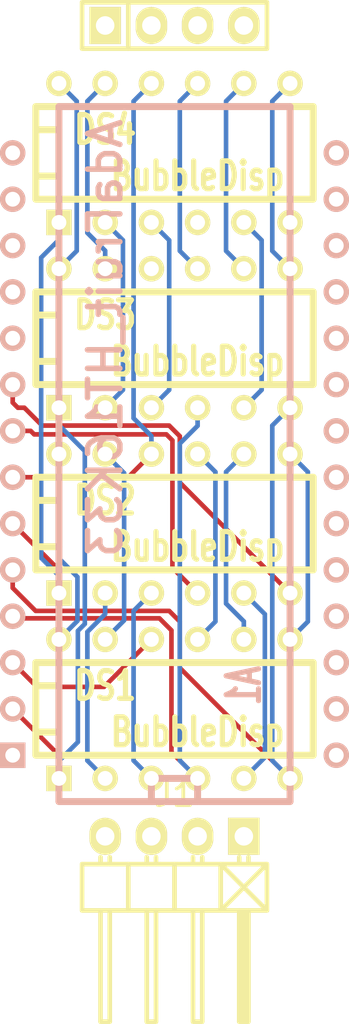
<source format=kicad_pcb>
(kicad_pcb (version 4) (host pcbnew "(2014-08-12 BZR 5064)-product")

  (general
    (links 56)
    (no_connects 53)
    (area 0 0 0 0)
    (thickness 1.6)
    (drawings 0)
    (tracks 133)
    (zones 0)
    (modules 7)
    (nets 29)
  )

  (page A4)
  (layers
    (0 F.Cu signal)
    (31 B.Cu signal)
    (32 B.Adhes user)
    (33 F.Adhes user)
    (34 B.Paste user)
    (35 F.Paste user)
    (36 B.SilkS user hide)
    (37 F.SilkS user hide)
    (38 B.Mask user)
    (39 F.Mask user)
    (40 Dwgs.User user)
    (41 Cmts.User user)
    (42 Eco1.User user)
    (43 Eco2.User user)
    (44 Edge.Cuts user)
    (45 Margin user)
    (46 B.CrtYd user)
    (47 F.CrtYd user)
    (48 B.Fab user)
    (49 F.Fab user)
  )

  (setup
    (last_trace_width 0.254)
    (user_trace_width 0.1524)
    (user_trace_width 0.254)
    (user_trace_width 0.508)
    (user_trace_width 0.635)
    (user_trace_width 1.27)
    (user_trace_width 2.54)
    (trace_clearance 0.1524)
    (zone_clearance 0.508)
    (zone_45_only no)
    (trace_min 0.1524)
    (segment_width 0.2)
    (edge_width 0.15)
    (via_size 0.889)
    (via_drill 0.635)
    (via_min_size 0.889)
    (via_min_drill 0.508)
    (uvia_size 0.508)
    (uvia_drill 0.127)
    (uvias_allowed no)
    (uvia_min_size 0.508)
    (uvia_min_drill 0.127)
    (pcb_text_width 0.3)
    (pcb_text_size 1.5 1.5)
    (mod_edge_width 0.15)
    (mod_text_size 1.5 1.5)
    (mod_text_width 0.15)
    (pad_size 1.524 1.524)
    (pad_drill 0.762)
    (pad_to_mask_clearance 0.2)
    (aux_axis_origin 0 0)
    (visible_elements FFFCF77F)
    (pcbplotparams
      (layerselection 0x00030_80000001)
      (usegerberextensions false)
      (excludeedgelayer true)
      (linewidth 0.100000)
      (plotframeref false)
      (viasonmask false)
      (mode 1)
      (useauxorigin false)
      (hpglpennumber 1)
      (hpglpenspeed 20)
      (hpglpendiameter 15)
      (hpglpenoverlay 2)
      (psnegative false)
      (psa4output false)
      (plotreference true)
      (plotvalue true)
      (plotinvisibletext false)
      (padsonsilk false)
      (subtractmaskfromsilk false)
      (outputformat 1)
      (mirror false)
      (drillshape 1)
      (scaleselection 1)
      (outputdirectory ""))
  )

  (net 0 "")
  (net 1 "Net-(A1-Pad1)")
  (net 2 /C0)
  (net 3 /C1)
  (net 4 /C2)
  (net 5 /C3)
  (net 6 /C4)
  (net 7 /C5)
  (net 8 /C6)
  (net 9 /C7)
  (net 10 /A15)
  (net 11 /A14)
  (net 12 /A13)
  (net 13 /A12)
  (net 14 /A11)
  (net 15 /A10)
  (net 16 /A9)
  (net 17 /A8)
  (net 18 /A7)
  (net 19 /A6)
  (net 20 /A5)
  (net 21 /A4)
  (net 22 /A3)
  (net 23 /A2)
  (net 24 /A1)
  (net 25 /A0)
  (net 26 "Net-(A1-Pad26)")
  (net 27 "Net-(A1-Pad27)")
  (net 28 "Net-(A1-Pad28)")

  (net_class Default "This is the default net class."
    (clearance 0.1524)
    (trace_width 0.1524)
    (via_dia 0.889)
    (via_drill 0.635)
    (uvia_dia 0.508)
    (uvia_drill 0.127)
    (add_net /A0)
    (add_net /A1)
    (add_net /A10)
    (add_net /A11)
    (add_net /A12)
    (add_net /A13)
    (add_net /A14)
    (add_net /A15)
    (add_net /A2)
    (add_net /A3)
    (add_net /A4)
    (add_net /A5)
    (add_net /A6)
    (add_net /A7)
    (add_net /A8)
    (add_net /A9)
    (add_net /C0)
    (add_net /C1)
    (add_net /C2)
    (add_net /C3)
    (add_net /C4)
    (add_net /C5)
    (add_net /C6)
    (add_net /C7)
    (add_net "Net-(A1-Pad1)")
    (add_net "Net-(A1-Pad26)")
    (add_net "Net-(A1-Pad27)")
    (add_net "Net-(A1-Pad28)")
  )

  (module "NTH_PTH DIL:DIP-28__700" (layer B.Cu) (tedit 53FAFEC4) (tstamp 53FB0637)
    (at 123.19 103.505 90)
    (descr "Module Dil 28 pins, pads ronds, e=600 mils")
    (tags DIL)
    (path /53FB00B4)
    (fp_text reference A1 (at -12.7 3.81 90) (layer B.SilkS)
      (effects (font (size 1.778 1.143) (thickness 0.3048)) (justify mirror))
    )
    (fp_text value AdaFruit_HT16K33 (at 6.35 -3.81 90) (layer B.SilkS)
      (effects (font (size 1.778 1.778) (thickness 0.3048)) (justify mirror))
    )
    (fp_line (start -19.05 1.27) (end -19.05 1.27) (layer B.SilkS) (width 0.381))
    (fp_line (start -19.05 1.27) (end -17.78 1.27) (layer B.SilkS) (width 0.381))
    (fp_line (start -17.78 1.27) (end -17.78 -1.27) (layer B.SilkS) (width 0.381))
    (fp_line (start -17.78 -1.27) (end -19.05 -1.27) (layer B.SilkS) (width 0.381))
    (fp_line (start -19.05 6.35) (end 19.05 6.35) (layer B.SilkS) (width 0.381))
    (fp_line (start 19.05 6.35) (end 19.05 -6.35) (layer B.SilkS) (width 0.381))
    (fp_line (start 19.05 -6.35) (end -19.05 -6.35) (layer B.SilkS) (width 0.381))
    (fp_line (start -19.05 -6.35) (end -19.05 6.35) (layer B.SilkS) (width 0.381))
    (pad 1 thru_hole rect (at -16.51 -8.89 90) (size 1.397 1.397) (drill 0.8128) (layers *.Cu *.Mask B.SilkS)
      (net 1 "Net-(A1-Pad1)"))
    (pad 2 thru_hole circle (at -13.97 -8.89 90) (size 1.397 1.397) (drill 0.8128) (layers *.Cu *.Mask B.SilkS)
      (net 2 /C0))
    (pad 3 thru_hole circle (at -11.43 -8.89 90) (size 1.397 1.397) (drill 0.8128) (layers *.Cu *.Mask B.SilkS)
      (net 3 /C1))
    (pad 4 thru_hole circle (at -8.89 -8.89 90) (size 1.397 1.397) (drill 0.8128) (layers *.Cu *.Mask B.SilkS)
      (net 4 /C2))
    (pad 5 thru_hole circle (at -6.35 -8.89 90) (size 1.397 1.397) (drill 0.8128) (layers *.Cu *.Mask B.SilkS)
      (net 5 /C3))
    (pad 6 thru_hole circle (at -3.81 -8.89 90) (size 1.397 1.397) (drill 0.8128) (layers *.Cu *.Mask B.SilkS)
      (net 6 /C4))
    (pad 7 thru_hole circle (at -1.27 -8.89 90) (size 1.397 1.397) (drill 0.8128) (layers *.Cu *.Mask B.SilkS)
      (net 7 /C5))
    (pad 8 thru_hole circle (at 1.27 -8.89 90) (size 1.397 1.397) (drill 0.8128) (layers *.Cu *.Mask B.SilkS)
      (net 8 /C6))
    (pad 9 thru_hole circle (at 3.81 -8.89 90) (size 1.397 1.397) (drill 0.8128) (layers *.Cu *.Mask B.SilkS)
      (net 9 /C7))
    (pad 10 thru_hole circle (at 6.35 -8.89 90) (size 1.397 1.397) (drill 0.8128) (layers *.Cu *.Mask B.SilkS)
      (net 10 /A15))
    (pad 11 thru_hole circle (at 8.89 -8.89 90) (size 1.397 1.397) (drill 0.8128) (layers *.Cu *.Mask B.SilkS)
      (net 11 /A14))
    (pad 12 thru_hole circle (at 11.43 -8.89 90) (size 1.397 1.397) (drill 0.8128) (layers *.Cu *.Mask B.SilkS)
      (net 12 /A13))
    (pad 13 thru_hole circle (at 13.97 -8.89 90) (size 1.397 1.397) (drill 0.8128) (layers *.Cu *.Mask B.SilkS)
      (net 13 /A12))
    (pad 14 thru_hole circle (at 16.51 -8.89 90) (size 1.397 1.397) (drill 0.8128) (layers *.Cu *.Mask B.SilkS)
      (net 14 /A11))
    (pad 15 thru_hole circle (at 16.51 8.89 90) (size 1.397 1.397) (drill 0.8128) (layers *.Cu *.Mask B.SilkS)
      (net 15 /A10))
    (pad 16 thru_hole circle (at 13.97 8.89 90) (size 1.397 1.397) (drill 0.8128) (layers *.Cu *.Mask B.SilkS)
      (net 16 /A9))
    (pad 17 thru_hole circle (at 11.43 8.89 90) (size 1.397 1.397) (drill 0.8128) (layers *.Cu *.Mask B.SilkS)
      (net 17 /A8))
    (pad 18 thru_hole circle (at 8.89 8.89 90) (size 1.397 1.397) (drill 0.8128) (layers *.Cu *.Mask B.SilkS)
      (net 18 /A7))
    (pad 19 thru_hole circle (at 6.35 8.89 90) (size 1.397 1.397) (drill 0.8128) (layers *.Cu *.Mask B.SilkS)
      (net 19 /A6))
    (pad 20 thru_hole circle (at 3.81 8.89 90) (size 1.397 1.397) (drill 0.8128) (layers *.Cu *.Mask B.SilkS)
      (net 20 /A5))
    (pad 21 thru_hole circle (at 1.27 8.89 90) (size 1.397 1.397) (drill 0.8128) (layers *.Cu *.Mask B.SilkS)
      (net 21 /A4))
    (pad 22 thru_hole circle (at -1.27 8.89 90) (size 1.397 1.397) (drill 0.8128) (layers *.Cu *.Mask B.SilkS)
      (net 22 /A3))
    (pad 23 thru_hole circle (at -3.81 8.89 90) (size 1.397 1.397) (drill 0.8128) (layers *.Cu *.Mask B.SilkS)
      (net 23 /A2))
    (pad 24 thru_hole circle (at -6.35 8.89 90) (size 1.397 1.397) (drill 0.8128) (layers *.Cu *.Mask B.SilkS)
      (net 24 /A1))
    (pad 25 thru_hole circle (at -8.89 8.89 90) (size 1.397 1.397) (drill 0.8128) (layers *.Cu *.Mask B.SilkS)
      (net 25 /A0))
    (pad 26 thru_hole circle (at -11.43 8.89 90) (size 1.397 1.397) (drill 0.8128) (layers *.Cu *.Mask B.SilkS)
      (net 26 "Net-(A1-Pad26)"))
    (pad 27 thru_hole circle (at -13.97 8.89 90) (size 1.397 1.397) (drill 0.8128) (layers *.Cu *.Mask B.SilkS)
      (net 27 "Net-(A1-Pad27)"))
    (pad 28 thru_hole circle (at -16.51 8.89 90) (size 1.397 1.397) (drill 0.8128) (layers *.Cu *.Mask B.SilkS)
      (net 28 "Net-(A1-Pad28)"))
    (model dil/dil_28-w600.wrl
      (at (xyz 0 0 0))
      (scale (xyz 1 1 1))
      (rotate (xyz 0 0 0))
    )
  )

  (module "NTH_PTH DIL:DIP-12__300" (layer F.Cu) (tedit 53FB0505) (tstamp 53FB0B8B)
    (at 123.19 117.475)
    (descr "14 pins DIL package, round pads")
    (tags DIL)
    (path /53FAF96C)
    (fp_text reference DS1 (at -3.81 -1.27) (layer F.SilkS)
      (effects (font (size 1.524 1.143) (thickness 0.3048)))
    )
    (fp_text value BubbleDisp (at 1.27 1.27) (layer F.SilkS)
      (effects (font (size 1.524 1.143) (thickness 0.28575)))
    )
    (fp_line (start -7.62 -2.54) (end 7.62 -2.54) (layer F.SilkS) (width 0.381))
    (fp_line (start 7.62 2.54) (end -7.62 2.54) (layer F.SilkS) (width 0.381))
    (fp_line (start -7.62 2.54) (end -7.62 -2.54) (layer F.SilkS) (width 0.381))
    (fp_line (start -7.62 -1.27) (end -6.35 -1.27) (layer F.SilkS) (width 0.381))
    (fp_line (start -6.35 -1.27) (end -6.35 1.27) (layer F.SilkS) (width 0.381))
    (fp_line (start -6.35 1.27) (end -7.62 1.27) (layer F.SilkS) (width 0.381))
    (fp_line (start 7.62 -2.54) (end 7.62 2.54) (layer F.SilkS) (width 0.381))
    (pad 1 thru_hole rect (at -6.35 3.81) (size 1.397 1.397) (drill 0.8128) (layers *.Cu *.Mask F.SilkS)
      (net 2 /C0))
    (pad 2 thru_hole circle (at -3.81 3.81) (size 1.397 1.397) (drill 0.8128) (layers *.Cu *.Mask F.SilkS)
      (net 21 /A4))
    (pad 3 thru_hole circle (at -1.27 3.81) (size 1.397 1.397) (drill 0.8128) (layers *.Cu *.Mask F.SilkS)
      (net 23 /A2))
    (pad 4 thru_hole circle (at 1.27 3.81) (size 1.397 1.397) (drill 0.8128) (layers *.Cu *.Mask F.SilkS)
      (net 4 /C2))
    (pad 5 thru_hole circle (at 3.81 3.81) (size 1.397 1.397) (drill 0.8128) (layers *.Cu *.Mask F.SilkS)
      (net 18 /A7))
    (pad 6 thru_hole circle (at 6.35 3.81) (size 1.397 1.397) (drill 0.8128) (layers *.Cu *.Mask F.SilkS)
      (net 5 /C3))
    (pad 7 thru_hole circle (at 6.35 -3.81) (size 1.397 1.397) (drill 0.8128) (layers *.Cu *.Mask F.SilkS)
      (net 19 /A6))
    (pad 8 thru_hole circle (at 3.81 -3.81) (size 1.397 1.397) (drill 0.8128) (layers *.Cu *.Mask F.SilkS)
      (net 22 /A3))
    (pad 9 thru_hole circle (at 1.27 -3.81) (size 1.397 1.397) (drill 0.8128) (layers *.Cu *.Mask F.SilkS)
      (net 20 /A5))
    (pad 10 thru_hole circle (at -1.27 -3.81) (size 1.397 1.397) (drill 0.8128) (layers *.Cu *.Mask F.SilkS)
      (net 3 /C1))
    (pad 11 thru_hole circle (at -3.81 -3.81) (size 1.397 1.397) (drill 0.8128) (layers *.Cu *.Mask F.SilkS)
      (net 24 /A1))
    (pad 12 thru_hole circle (at -6.35 -3.81) (size 1.397 1.397) (drill 0.8128) (layers *.Cu *.Mask F.SilkS)
      (net 25 /A0))
    (model dil/dil_14.wrl
      (at (xyz 0 0 0))
      (scale (xyz 1 1 1))
      (rotate (xyz 0 0 0))
    )
  )

  (module "NTH_PTH DIL:DIP-12__300" (layer F.Cu) (tedit 53FB0505) (tstamp 53FB0665)
    (at 123.19 107.315)
    (descr "14 pins DIL package, round pads")
    (tags DIL)
    (path /53FAF9A0)
    (fp_text reference DS2 (at -3.81 -1.27) (layer F.SilkS)
      (effects (font (size 1.524 1.143) (thickness 0.3048)))
    )
    (fp_text value BubbleDisp (at 1.27 1.27) (layer F.SilkS)
      (effects (font (size 1.524 1.143) (thickness 0.28575)))
    )
    (fp_line (start -7.62 -2.54) (end 7.62 -2.54) (layer F.SilkS) (width 0.381))
    (fp_line (start 7.62 2.54) (end -7.62 2.54) (layer F.SilkS) (width 0.381))
    (fp_line (start -7.62 2.54) (end -7.62 -2.54) (layer F.SilkS) (width 0.381))
    (fp_line (start -7.62 -1.27) (end -6.35 -1.27) (layer F.SilkS) (width 0.381))
    (fp_line (start -6.35 -1.27) (end -6.35 1.27) (layer F.SilkS) (width 0.381))
    (fp_line (start -6.35 1.27) (end -7.62 1.27) (layer F.SilkS) (width 0.381))
    (fp_line (start 7.62 -2.54) (end 7.62 2.54) (layer F.SilkS) (width 0.381))
    (pad 1 thru_hole rect (at -6.35 3.81) (size 1.397 1.397) (drill 0.8128) (layers *.Cu *.Mask F.SilkS)
      (net 6 /C4))
    (pad 2 thru_hole circle (at -3.81 3.81) (size 1.397 1.397) (drill 0.8128) (layers *.Cu *.Mask F.SilkS)
      (net 21 /A4))
    (pad 3 thru_hole circle (at -1.27 3.81) (size 1.397 1.397) (drill 0.8128) (layers *.Cu *.Mask F.SilkS)
      (net 23 /A2))
    (pad 4 thru_hole circle (at 1.27 3.81) (size 1.397 1.397) (drill 0.8128) (layers *.Cu *.Mask F.SilkS)
      (net 8 /C6))
    (pad 5 thru_hole circle (at 3.81 3.81) (size 1.397 1.397) (drill 0.8128) (layers *.Cu *.Mask F.SilkS)
      (net 18 /A7))
    (pad 6 thru_hole circle (at 6.35 3.81) (size 1.397 1.397) (drill 0.8128) (layers *.Cu *.Mask F.SilkS)
      (net 9 /C7))
    (pad 7 thru_hole circle (at 6.35 -3.81) (size 1.397 1.397) (drill 0.8128) (layers *.Cu *.Mask F.SilkS)
      (net 19 /A6))
    (pad 8 thru_hole circle (at 3.81 -3.81) (size 1.397 1.397) (drill 0.8128) (layers *.Cu *.Mask F.SilkS)
      (net 22 /A3))
    (pad 9 thru_hole circle (at 1.27 -3.81) (size 1.397 1.397) (drill 0.8128) (layers *.Cu *.Mask F.SilkS)
      (net 20 /A5))
    (pad 10 thru_hole circle (at -1.27 -3.81) (size 1.397 1.397) (drill 0.8128) (layers *.Cu *.Mask F.SilkS)
      (net 7 /C5))
    (pad 11 thru_hole circle (at -3.81 -3.81) (size 1.397 1.397) (drill 0.8128) (layers *.Cu *.Mask F.SilkS)
      (net 24 /A1))
    (pad 12 thru_hole circle (at -6.35 -3.81) (size 1.397 1.397) (drill 0.8128) (layers *.Cu *.Mask F.SilkS)
      (net 25 /A0))
    (model dil/dil_14.wrl
      (at (xyz 0 0 0))
      (scale (xyz 1 1 1))
      (rotate (xyz 0 0 0))
    )
  )

  (module "NTH_PTH DIL:DIP-12__300" (layer F.Cu) (tedit 53FB0505) (tstamp 53FB0C57)
    (at 123.19 97.155)
    (descr "14 pins DIL package, round pads")
    (tags DIL)
    (path /53FAF9DA)
    (fp_text reference DS3 (at -3.81 -1.27) (layer F.SilkS)
      (effects (font (size 1.524 1.143) (thickness 0.3048)))
    )
    (fp_text value BubbleDisp (at 1.27 1.27) (layer F.SilkS)
      (effects (font (size 1.524 1.143) (thickness 0.28575)))
    )
    (fp_line (start -7.62 -2.54) (end 7.62 -2.54) (layer F.SilkS) (width 0.381))
    (fp_line (start 7.62 2.54) (end -7.62 2.54) (layer F.SilkS) (width 0.381))
    (fp_line (start -7.62 2.54) (end -7.62 -2.54) (layer F.SilkS) (width 0.381))
    (fp_line (start -7.62 -1.27) (end -6.35 -1.27) (layer F.SilkS) (width 0.381))
    (fp_line (start -6.35 -1.27) (end -6.35 1.27) (layer F.SilkS) (width 0.381))
    (fp_line (start -6.35 1.27) (end -7.62 1.27) (layer F.SilkS) (width 0.381))
    (fp_line (start 7.62 -2.54) (end 7.62 2.54) (layer F.SilkS) (width 0.381))
    (pad 1 thru_hole rect (at -6.35 3.81) (size 1.397 1.397) (drill 0.8128) (layers *.Cu *.Mask F.SilkS)
      (net 2 /C0))
    (pad 2 thru_hole circle (at -3.81 3.81) (size 1.397 1.397) (drill 0.8128) (layers *.Cu *.Mask F.SilkS)
      (net 13 /A12))
    (pad 3 thru_hole circle (at -1.27 3.81) (size 1.397 1.397) (drill 0.8128) (layers *.Cu *.Mask F.SilkS)
      (net 15 /A10))
    (pad 4 thru_hole circle (at 1.27 3.81) (size 1.397 1.397) (drill 0.8128) (layers *.Cu *.Mask F.SilkS)
      (net 4 /C2))
    (pad 5 thru_hole circle (at 3.81 3.81) (size 1.397 1.397) (drill 0.8128) (layers *.Cu *.Mask F.SilkS)
      (net 10 /A15))
    (pad 6 thru_hole circle (at 6.35 3.81) (size 1.397 1.397) (drill 0.8128) (layers *.Cu *.Mask F.SilkS)
      (net 5 /C3))
    (pad 7 thru_hole circle (at 6.35 -3.81) (size 1.397 1.397) (drill 0.8128) (layers *.Cu *.Mask F.SilkS)
      (net 11 /A14))
    (pad 8 thru_hole circle (at 3.81 -3.81) (size 1.397 1.397) (drill 0.8128) (layers *.Cu *.Mask F.SilkS)
      (net 14 /A11))
    (pad 9 thru_hole circle (at 1.27 -3.81) (size 1.397 1.397) (drill 0.8128) (layers *.Cu *.Mask F.SilkS)
      (net 12 /A13))
    (pad 10 thru_hole circle (at -1.27 -3.81) (size 1.397 1.397) (drill 0.8128) (layers *.Cu *.Mask F.SilkS)
      (net 3 /C1))
    (pad 11 thru_hole circle (at -3.81 -3.81) (size 1.397 1.397) (drill 0.8128) (layers *.Cu *.Mask F.SilkS)
      (net 16 /A9))
    (pad 12 thru_hole circle (at -6.35 -3.81) (size 1.397 1.397) (drill 0.8128) (layers *.Cu *.Mask F.SilkS)
      (net 17 /A8))
    (model dil/dil_14.wrl
      (at (xyz 0 0 0))
      (scale (xyz 1 1 1))
      (rotate (xyz 0 0 0))
    )
  )

  (module "NTH_PTH DIL:DIP-12__300" (layer F.Cu) (tedit 53FB0505) (tstamp 53FB0BA3)
    (at 123.19 86.995)
    (descr "14 pins DIL package, round pads")
    (tags DIL)
    (path /53FAFA05)
    (fp_text reference DS4 (at -3.81 -1.27) (layer F.SilkS)
      (effects (font (size 1.524 1.143) (thickness 0.3048)))
    )
    (fp_text value BubbleDisp (at 1.27 1.27) (layer F.SilkS)
      (effects (font (size 1.524 1.143) (thickness 0.28575)))
    )
    (fp_line (start -7.62 -2.54) (end 7.62 -2.54) (layer F.SilkS) (width 0.381))
    (fp_line (start 7.62 2.54) (end -7.62 2.54) (layer F.SilkS) (width 0.381))
    (fp_line (start -7.62 2.54) (end -7.62 -2.54) (layer F.SilkS) (width 0.381))
    (fp_line (start -7.62 -1.27) (end -6.35 -1.27) (layer F.SilkS) (width 0.381))
    (fp_line (start -6.35 -1.27) (end -6.35 1.27) (layer F.SilkS) (width 0.381))
    (fp_line (start -6.35 1.27) (end -7.62 1.27) (layer F.SilkS) (width 0.381))
    (fp_line (start 7.62 -2.54) (end 7.62 2.54) (layer F.SilkS) (width 0.381))
    (pad 1 thru_hole rect (at -6.35 3.81) (size 1.397 1.397) (drill 0.8128) (layers *.Cu *.Mask F.SilkS)
      (net 6 /C4))
    (pad 2 thru_hole circle (at -3.81 3.81) (size 1.397 1.397) (drill 0.8128) (layers *.Cu *.Mask F.SilkS)
      (net 13 /A12))
    (pad 3 thru_hole circle (at -1.27 3.81) (size 1.397 1.397) (drill 0.8128) (layers *.Cu *.Mask F.SilkS)
      (net 15 /A10))
    (pad 4 thru_hole circle (at 1.27 3.81) (size 1.397 1.397) (drill 0.8128) (layers *.Cu *.Mask F.SilkS)
      (net 8 /C6))
    (pad 5 thru_hole circle (at 3.81 3.81) (size 1.397 1.397) (drill 0.8128) (layers *.Cu *.Mask F.SilkS)
      (net 10 /A15))
    (pad 6 thru_hole circle (at 6.35 3.81) (size 1.397 1.397) (drill 0.8128) (layers *.Cu *.Mask F.SilkS)
      (net 9 /C7))
    (pad 7 thru_hole circle (at 6.35 -3.81) (size 1.397 1.397) (drill 0.8128) (layers *.Cu *.Mask F.SilkS)
      (net 11 /A14))
    (pad 8 thru_hole circle (at 3.81 -3.81) (size 1.397 1.397) (drill 0.8128) (layers *.Cu *.Mask F.SilkS)
      (net 14 /A11))
    (pad 9 thru_hole circle (at 1.27 -3.81) (size 1.397 1.397) (drill 0.8128) (layers *.Cu *.Mask F.SilkS)
      (net 12 /A13))
    (pad 10 thru_hole circle (at -1.27 -3.81) (size 1.397 1.397) (drill 0.8128) (layers *.Cu *.Mask F.SilkS)
      (net 7 /C5))
    (pad 11 thru_hole circle (at -3.81 -3.81) (size 1.397 1.397) (drill 0.8128) (layers *.Cu *.Mask F.SilkS)
      (net 16 /A9))
    (pad 12 thru_hole circle (at -6.35 -3.81) (size 1.397 1.397) (drill 0.8128) (layers *.Cu *.Mask F.SilkS)
      (net 17 /A8))
    (model dil/dil_14.wrl
      (at (xyz 0 0 0))
      (scale (xyz 1 1 1))
      (rotate (xyz 0 0 0))
    )
  )

  (module Pin_Headers:Pin_Header_Angled_1x04 (layer F.Cu) (tedit 53FB05AF) (tstamp 53FB069B)
    (at 123.19 124.46 180)
    (descr "1 pin")
    (tags "CONN DEV")
    (path /53FB0ADC)
    (fp_text reference J1 (at 0 2.286 180) (layer F.SilkS)
      (effects (font (size 1.27 1.27) (thickness 0.2032)))
    )
    (fp_text value CONN_4 (at 0 0 180) (layer F.SilkS) hide
      (effects (font (size 1.27 1.27) (thickness 0.2032)))
    )
    (fp_line (start -2.54 -4.064) (end -5.08 -1.524) (layer F.SilkS) (width 0.254))
    (fp_line (start -5.08 -4.064) (end -2.54 -1.524) (layer F.SilkS) (width 0.254))
    (fp_line (start -3.937 -4.191) (end -3.937 -10.033) (layer F.SilkS) (width 0.254))
    (fp_line (start -3.937 -10.033) (end -3.683 -10.033) (layer F.SilkS) (width 0.254))
    (fp_line (start -3.683 -10.033) (end -3.683 -4.191) (layer F.SilkS) (width 0.254))
    (fp_line (start -3.683 -4.191) (end -3.81 -4.191) (layer F.SilkS) (width 0.254))
    (fp_line (start -3.81 -4.191) (end -3.81 -10.033) (layer F.SilkS) (width 0.254))
    (fp_line (start -4.064 -1.524) (end -4.064 -1.143) (layer F.SilkS) (width 0.254))
    (fp_line (start -3.556 -1.524) (end -3.556 -1.143) (layer F.SilkS) (width 0.254))
    (fp_line (start -1.524 -1.524) (end -1.524 -1.143) (layer F.SilkS) (width 0.254))
    (fp_line (start -1.016 -1.524) (end -1.016 -1.143) (layer F.SilkS) (width 0.254))
    (fp_line (start 1.016 -1.524) (end 1.016 -1.143) (layer F.SilkS) (width 0.254))
    (fp_line (start 1.524 -1.524) (end 1.524 -1.143) (layer F.SilkS) (width 0.254))
    (fp_line (start 4.064 -1.524) (end 4.064 -1.143) (layer F.SilkS) (width 0.254))
    (fp_line (start 3.556 -1.524) (end 3.556 -1.143) (layer F.SilkS) (width 0.254))
    (fp_line (start -5.08 -1.524) (end -5.08 -4.064) (layer F.SilkS) (width 0.254))
    (fp_line (start -2.54 -1.524) (end -2.54 -4.064) (layer F.SilkS) (width 0.254))
    (fp_line (start -2.54 -1.524) (end 0 -1.524) (layer F.SilkS) (width 0.254))
    (fp_line (start 0 -1.524) (end 0 -4.064) (layer F.SilkS) (width 0.254))
    (fp_line (start -1.524 -4.064) (end -1.524 -10.16) (layer F.SilkS) (width 0.254))
    (fp_line (start -1.524 -10.16) (end -1.016 -10.16) (layer F.SilkS) (width 0.254))
    (fp_line (start -1.016 -10.16) (end -1.016 -4.064) (layer F.SilkS) (width 0.254))
    (fp_line (start 0 -4.064) (end -2.54 -4.064) (layer F.SilkS) (width 0.254))
    (fp_line (start -2.54 -4.064) (end -5.08 -4.064) (layer F.SilkS) (width 0.254))
    (fp_line (start -3.556 -10.16) (end -3.556 -4.064) (layer F.SilkS) (width 0.254))
    (fp_line (start -4.064 -10.16) (end -3.556 -10.16) (layer F.SilkS) (width 0.254))
    (fp_line (start -4.064 -4.064) (end -4.064 -10.16) (layer F.SilkS) (width 0.254))
    (fp_line (start -2.54 -1.524) (end -2.54 -4.064) (layer F.SilkS) (width 0.254))
    (fp_line (start -5.08 -1.524) (end -2.54 -1.524) (layer F.SilkS) (width 0.254))
    (fp_line (start 2.54 -1.524) (end 2.54 -4.064) (layer F.SilkS) (width 0.254))
    (fp_line (start 2.54 -1.524) (end 5.08 -1.524) (layer F.SilkS) (width 0.254))
    (fp_line (start 5.08 -1.524) (end 5.08 -4.064) (layer F.SilkS) (width 0.254))
    (fp_line (start 3.556 -4.064) (end 3.556 -10.16) (layer F.SilkS) (width 0.254))
    (fp_line (start 3.556 -10.16) (end 4.064 -10.16) (layer F.SilkS) (width 0.254))
    (fp_line (start 4.064 -10.16) (end 4.064 -4.064) (layer F.SilkS) (width 0.254))
    (fp_line (start 5.08 -4.064) (end 2.54 -4.064) (layer F.SilkS) (width 0.254))
    (fp_line (start 2.54 -4.064) (end 0 -4.064) (layer F.SilkS) (width 0.254))
    (fp_line (start 1.524 -10.16) (end 1.524 -4.064) (layer F.SilkS) (width 0.254))
    (fp_line (start 1.016 -10.16) (end 1.524 -10.16) (layer F.SilkS) (width 0.254))
    (fp_line (start 1.016 -4.064) (end 1.016 -10.16) (layer F.SilkS) (width 0.254))
    (fp_line (start 2.54 -1.524) (end 2.54 -4.064) (layer F.SilkS) (width 0.254))
    (fp_line (start 0 -1.524) (end 2.54 -1.524) (layer F.SilkS) (width 0.254))
    (fp_line (start 0 -1.524) (end 0 -4.064) (layer F.SilkS) (width 0.254))
    (pad 1 thru_hole rect (at -3.81 0 180) (size 1.7272 2.032) (drill 1.016) (layers *.Cu *.Mask F.SilkS)
      (net 28 "Net-(A1-Pad28)"))
    (pad 2 thru_hole oval (at -1.27 0 180) (size 1.7272 2.032) (drill 1.016) (layers *.Cu *.Mask F.SilkS)
      (net 1 "Net-(A1-Pad1)"))
    (pad 3 thru_hole oval (at 1.27 0 180) (size 1.7272 2.032) (drill 1.016) (layers *.Cu *.Mask F.SilkS)
      (net 27 "Net-(A1-Pad27)"))
    (pad 4 thru_hole oval (at 3.81 0 180) (size 1.7272 2.032) (drill 1.016) (layers *.Cu *.Mask F.SilkS)
      (net 26 "Net-(A1-Pad26)"))
    (model Pin_Headers/Pin_Header_Angled_1x04.wrl
      (at (xyz 0 0 0))
      (scale (xyz 1 1 1))
      (rotate (xyz 0 0 0))
    )
  )

  (module Pin_Headers:Pin_Header_Straight_1x04 (layer F.Cu) (tedit 53FB05AF) (tstamp 53FB06A3)
    (at 123.19 80.01)
    (descr "1 pin")
    (tags "CONN DEV")
    (path /53FB127A)
    (fp_text reference J2 (at 0 -2.286) (layer F.SilkS)
      (effects (font (size 1.27 1.27) (thickness 0.2032)))
    )
    (fp_text value CONN_4 (at 0 0) (layer F.SilkS) hide
      (effects (font (size 1.27 1.27) (thickness 0.2032)))
    )
    (fp_line (start -2.54 1.27) (end 5.08 1.27) (layer F.SilkS) (width 0.254))
    (fp_line (start -2.54 -1.27) (end 5.08 -1.27) (layer F.SilkS) (width 0.254))
    (fp_line (start -5.08 -1.27) (end -2.54 -1.27) (layer F.SilkS) (width 0.254))
    (fp_line (start 5.08 1.27) (end 5.08 -1.27) (layer F.SilkS) (width 0.254))
    (fp_line (start -2.54 -1.27) (end -2.54 1.27) (layer F.SilkS) (width 0.254))
    (fp_line (start -5.08 -1.27) (end -5.08 1.27) (layer F.SilkS) (width 0.254))
    (fp_line (start -5.08 1.27) (end -2.54 1.27) (layer F.SilkS) (width 0.254))
    (pad 1 thru_hole rect (at -3.81 0) (size 1.7272 2.032) (drill 1.016) (layers *.Cu *.Mask F.SilkS)
      (net 28 "Net-(A1-Pad28)"))
    (pad 2 thru_hole oval (at -1.27 0) (size 1.7272 2.032) (drill 1.016) (layers *.Cu *.Mask F.SilkS)
      (net 1 "Net-(A1-Pad1)"))
    (pad 3 thru_hole oval (at 1.27 0) (size 1.7272 2.032) (drill 1.016) (layers *.Cu *.Mask F.SilkS)
      (net 27 "Net-(A1-Pad27)"))
    (pad 4 thru_hole oval (at 3.81 0) (size 1.7272 2.032) (drill 1.016) (layers *.Cu *.Mask F.SilkS)
      (net 26 "Net-(A1-Pad26)"))
    (model Pin_Headers/Pin_Header_Straight_1x04.wrl
      (at (xyz 0 0 0))
      (scale (xyz 1 1 1))
      (rotate (xyz 0 0 0))
    )
  )

  (segment (start 116.84 121.285) (end 116.84 120.3325) (width 0.254) (layer B.Cu) (net 2))
  (segment (start 118.26241 112.81734) (end 118.26241 103.33991) (width 0.254) (layer B.Cu) (net 2))
  (segment (start 116.84 101.9175) (end 116.84 100.965) (width 0.254) (layer B.Cu) (net 2))
  (segment (start 117.88141 119.29109) (end 117.88141 113.19834) (width 0.254) (layer B.Cu) (net 2))
  (segment (start 118.26241 103.33991) (end 116.84 101.9175) (width 0.254) (layer B.Cu) (net 2))
  (segment (start 116.84 120.3325) (end 117.88141 119.29109) (width 0.254) (layer B.Cu) (net 2))
  (segment (start 117.88141 113.19834) (end 118.26241 112.81734) (width 0.254) (layer B.Cu) (net 2))
  (segment (start 114.3 117.475) (end 116.84 120.015) (width 0.254) (layer F.Cu) (net 2))
  (segment (start 116.84 120.015) (end 116.84 121.285) (width 0.254) (layer F.Cu) (net 2))
  (segment (start 114.3 114.935) (end 115.633538 116.268538) (width 0.254) (layer F.Cu) (net 3))
  (segment (start 119.316462 116.268538) (end 121.221501 114.363499) (width 0.254) (layer F.Cu) (net 3))
  (segment (start 121.221501 114.363499) (end 121.92 113.665) (width 0.254) (layer F.Cu) (net 3))
  (segment (start 115.633538 116.268538) (end 119.316462 116.268538) (width 0.254) (layer F.Cu) (net 3))
  (segment (start 124.46 100.965) (end 124.46 101.952828) (width 0.254) (layer B.Cu) (net 4))
  (segment (start 123.761501 120.586501) (end 124.46 121.285) (width 0.254) (layer B.Cu) (net 4))
  (segment (start 124.46 101.952828) (end 123.482099 102.930729) (width 0.254) (layer B.Cu) (net 4))
  (segment (start 123.482099 102.930729) (end 123.482099 120.307099) (width 0.254) (layer B.Cu) (net 4))
  (segment (start 123.482099 120.307099) (end 123.761501 120.586501) (width 0.254) (layer B.Cu) (net 4))
  (segment (start 124.46 121.285) (end 123.02166 119.84666) (width 0.254) (layer F.Cu) (net 4))
  (segment (start 114.414311 112.509311) (end 114.3 112.395) (width 0.254) (layer F.Cu) (net 4))
  (segment (start 123.02166 119.84666) (end 123.02166 113.168998) (width 0.254) (layer F.Cu) (net 4))
  (segment (start 123.02166 113.168998) (end 122.361973 112.509311) (width 0.254) (layer F.Cu) (net 4))
  (segment (start 122.361973 112.509311) (end 114.414311 112.509311) (width 0.254) (layer F.Cu) (net 4))
  (segment (start 129.54 121.285) (end 128.562099 120.307099) (width 0.254) (layer B.Cu) (net 5))
  (segment (start 128.562099 101.942901) (end 128.841501 101.663499) (width 0.254) (layer B.Cu) (net 5))
  (segment (start 128.562099 120.307099) (end 128.562099 101.942901) (width 0.254) (layer B.Cu) (net 5))
  (segment (start 128.841501 101.663499) (end 129.54 100.965) (width 0.254) (layer B.Cu) (net 5))
  (segment (start 114.3 109.855) (end 114.3 110.842828) (width 0.254) (layer F.Cu) (net 5))
  (segment (start 114.3 110.842828) (end 115.560073 112.102901) (width 0.254) (layer F.Cu) (net 5))
  (segment (start 115.560073 112.102901) (end 122.897901 112.102901) (width 0.254) (layer F.Cu) (net 5))
  (segment (start 122.897901 112.102901) (end 123.482099 112.687099) (width 0.254) (layer F.Cu) (net 5))
  (segment (start 123.482099 112.687099) (end 123.482099 115.227099) (width 0.254) (layer F.Cu) (net 5))
  (segment (start 123.482099 115.227099) (end 128.841501 120.586501) (width 0.254) (layer F.Cu) (net 5))
  (segment (start 128.841501 120.586501) (end 129.54 121.285) (width 0.254) (layer F.Cu) (net 5))
  (segment (start 116.84 111.125) (end 116.84 110.1725) (width 0.254) (layer B.Cu) (net 6))
  (segment (start 116.84 110.1725) (end 115.862099 109.194599) (width 0.254) (layer B.Cu) (net 6))
  (segment (start 115.862099 92.735401) (end 116.84 91.7575) (width 0.254) (layer B.Cu) (net 6))
  (segment (start 115.862099 109.194599) (end 115.862099 92.735401) (width 0.254) (layer B.Cu) (net 6))
  (segment (start 116.84 91.7575) (end 116.84 90.805) (width 0.254) (layer B.Cu) (net 6))
  (segment (start 114.3 107.315) (end 116.84 109.855) (width 0.254) (layer F.Cu) (net 6))
  (segment (start 116.84 109.855) (end 116.84 111.125) (width 0.254) (layer F.Cu) (net 6))
  (segment (start 121.92 103.505) (end 121.92 102.517172) (width 0.254) (layer B.Cu) (net 7))
  (segment (start 121.92 102.517172) (end 120.942099 101.539271) (width 0.254) (layer B.Cu) (net 7))
  (segment (start 120.942099 101.539271) (end 120.942099 84.162901) (width 0.254) (layer B.Cu) (net 7))
  (segment (start 120.942099 84.162901) (end 121.221501 83.883499) (width 0.254) (layer B.Cu) (net 7))
  (segment (start 121.221501 83.883499) (end 121.92 83.185) (width 0.254) (layer B.Cu) (net 7))
  (segment (start 114.3 104.775) (end 120.65 104.775) (width 0.254) (layer F.Cu) (net 7))
  (segment (start 120.65 104.775) (end 121.92 103.505) (width 0.254) (layer F.Cu) (net 7))
  (segment (start 123.761501 110.426501) (end 124.46 111.125) (width 0.254) (layer F.Cu) (net 8))
  (segment (start 123.075689 102.755689) (end 123.075689 109.740689) (width 0.254) (layer F.Cu) (net 8))
  (segment (start 122.745499 102.425499) (end 123.075689 102.755689) (width 0.254) (layer F.Cu) (net 8))
  (segment (start 115.478327 102.425499) (end 122.745499 102.425499) (width 0.254) (layer F.Cu) (net 8))
  (segment (start 123.075689 109.740689) (end 123.761501 110.426501) (width 0.254) (layer F.Cu) (net 8))
  (segment (start 115.287828 102.235) (end 115.478327 102.425499) (width 0.254) (layer F.Cu) (net 8))
  (segment (start 114.3 102.235) (end 115.287828 102.235) (width 0.254) (layer F.Cu) (net 8))
  (segment (start 114.582172 100.965) (end 114.940078 100.965) (width 0.254) (layer F.Cu) (net 9))
  (segment (start 114.940078 100.965) (end 114.998499 101.023421) (width 0.254) (layer F.Cu) (net 9))
  (segment (start 114.3 99.695) (end 114.3 100.682828) (width 0.254) (layer F.Cu) (net 9))
  (segment (start 114.3 100.682828) (end 114.582172 100.965) (width 0.254) (layer F.Cu) (net 9))
  (segment (start 114.998499 101.023421) (end 114.993421 101.023421) (width 0.254) (layer F.Cu) (net 9))
  (segment (start 114.998499 101.023421) (end 115.917979 101.942901) (width 0.254) (layer F.Cu) (net 9))
  (segment (start 123.482099 102.527099) (end 123.482099 105.067099) (width 0.254) (layer F.Cu) (net 9))
  (segment (start 115.917979 101.942901) (end 122.897901 101.942901) (width 0.254) (layer F.Cu) (net 9))
  (segment (start 122.897901 101.942901) (end 123.482099 102.527099) (width 0.254) (layer F.Cu) (net 9))
  (segment (start 123.482099 105.067099) (end 129.54 111.125) (width 0.254) (layer F.Cu) (net 9))
  (segment (start 127 100.965) (end 127.977901 99.987099) (width 0.254) (layer B.Cu) (net 10))
  (segment (start 127.977901 99.987099) (end 127.977901 91.782901) (width 0.254) (layer B.Cu) (net 10))
  (segment (start 127.977901 91.782901) (end 127.698499 91.503499) (width 0.254) (layer B.Cu) (net 10))
  (segment (start 127.698499 91.503499) (end 127 90.805) (width 0.254) (layer B.Cu) (net 10))
  (segment (start 129.54 93.345) (end 128.562099 92.367099) (width 0.254) (layer B.Cu) (net 11))
  (segment (start 128.562099 92.367099) (end 128.562099 84.162901) (width 0.254) (layer B.Cu) (net 11))
  (segment (start 128.562099 84.162901) (end 128.841501 83.883499) (width 0.254) (layer B.Cu) (net 11))
  (segment (start 128.841501 83.883499) (end 129.54 83.185) (width 0.254) (layer B.Cu) (net 11))
  (segment (start 124.46 93.345) (end 123.482099 92.367099) (width 0.254) (layer B.Cu) (net 12))
  (segment (start 123.482099 92.367099) (end 123.482099 84.162901) (width 0.254) (layer B.Cu) (net 12))
  (segment (start 123.482099 84.162901) (end 123.761501 83.883499) (width 0.254) (layer B.Cu) (net 12))
  (segment (start 123.761501 83.883499) (end 124.46 83.185) (width 0.254) (layer B.Cu) (net 12))
  (segment (start 119.38 100.965) (end 120.357901 99.987099) (width 0.254) (layer B.Cu) (net 13))
  (segment (start 120.357901 99.987099) (end 120.357901 91.782901) (width 0.254) (layer B.Cu) (net 13))
  (segment (start 120.078499 91.503499) (end 119.38 90.805) (width 0.254) (layer B.Cu) (net 13))
  (segment (start 120.357901 91.782901) (end 120.078499 91.503499) (width 0.254) (layer B.Cu) (net 13))
  (segment (start 127 93.345) (end 126.022099 92.367099) (width 0.254) (layer B.Cu) (net 14))
  (segment (start 126.022099 92.367099) (end 126.022099 84.162901) (width 0.254) (layer B.Cu) (net 14))
  (segment (start 126.022099 84.162901) (end 126.301501 83.883499) (width 0.254) (layer B.Cu) (net 14))
  (segment (start 126.301501 83.883499) (end 127 83.185) (width 0.254) (layer B.Cu) (net 14))
  (segment (start 121.92 100.965) (end 122.897901 99.987099) (width 0.254) (layer B.Cu) (net 15))
  (segment (start 122.897901 99.987099) (end 122.897901 91.782901) (width 0.254) (layer B.Cu) (net 15))
  (segment (start 122.897901 91.782901) (end 122.618499 91.503499) (width 0.254) (layer B.Cu) (net 15))
  (segment (start 122.618499 91.503499) (end 121.92 90.805) (width 0.254) (layer B.Cu) (net 15))
  (segment (start 119.38 93.345) (end 119.38 92.357172) (width 0.254) (layer B.Cu) (net 16))
  (segment (start 119.38 92.357172) (end 118.402099 91.379271) (width 0.254) (layer B.Cu) (net 16))
  (segment (start 118.402099 91.379271) (end 118.402099 84.162901) (width 0.254) (layer B.Cu) (net 16))
  (segment (start 118.402099 84.162901) (end 118.681501 83.883499) (width 0.254) (layer B.Cu) (net 16))
  (segment (start 118.681501 83.883499) (end 119.38 83.185) (width 0.254) (layer B.Cu) (net 16))
  (segment (start 116.84 93.345) (end 117.817901 92.367099) (width 0.254) (layer B.Cu) (net 17))
  (segment (start 117.817901 92.367099) (end 117.817901 84.162901) (width 0.254) (layer B.Cu) (net 17))
  (segment (start 117.817901 84.162901) (end 117.538499 83.883499) (width 0.254) (layer B.Cu) (net 17))
  (segment (start 117.538499 83.883499) (end 116.84 83.185) (width 0.254) (layer B.Cu) (net 17))
  (segment (start 127.698499 120.586501) (end 127 121.285) (width 0.254) (layer B.Cu) (net 18))
  (segment (start 128.155689 120.129311) (end 127.698499 120.586501) (width 0.254) (layer B.Cu) (net 18))
  (segment (start 128.155689 112.280689) (end 128.155689 120.129311) (width 0.254) (layer B.Cu) (net 18))
  (segment (start 127 111.125) (end 128.155689 112.280689) (width 0.254) (layer B.Cu) (net 18))
  (segment (start 129.54 113.665) (end 130.517901 112.687099) (width 0.254) (layer B.Cu) (net 19))
  (segment (start 130.517901 112.687099) (end 130.517901 104.482901) (width 0.254) (layer B.Cu) (net 19))
  (segment (start 130.517901 104.482901) (end 130.238499 104.203499) (width 0.254) (layer B.Cu) (net 19))
  (segment (start 130.238499 104.203499) (end 129.54 103.505) (width 0.254) (layer B.Cu) (net 19))
  (segment (start 124.46 113.665) (end 125.437901 112.687099) (width 0.254) (layer B.Cu) (net 20))
  (segment (start 125.437901 112.687099) (end 125.437901 104.482901) (width 0.254) (layer B.Cu) (net 20))
  (segment (start 125.437901 104.482901) (end 125.158499 104.203499) (width 0.254) (layer B.Cu) (net 20))
  (segment (start 125.158499 104.203499) (end 124.46 103.505) (width 0.254) (layer B.Cu) (net 20))
  (segment (start 119.38 112.112828) (end 119.38 111.125) (width 0.254) (layer B.Cu) (net 21))
  (segment (start 118.402099 113.252401) (end 119.38 112.2745) (width 0.254) (layer B.Cu) (net 21))
  (segment (start 118.402099 120.307099) (end 118.402099 113.252401) (width 0.254) (layer B.Cu) (net 21))
  (segment (start 119.38 121.285) (end 118.402099 120.307099) (width 0.254) (layer B.Cu) (net 21))
  (segment (start 119.38 112.2745) (end 119.38 112.112828) (width 0.254) (layer B.Cu) (net 21))
  (segment (start 127 113.665) (end 127 112.677172) (width 0.254) (layer B.Cu) (net 22))
  (segment (start 127 112.677172) (end 126.022099 111.699271) (width 0.254) (layer B.Cu) (net 22))
  (segment (start 126.022099 111.699271) (end 126.022099 104.482901) (width 0.254) (layer B.Cu) (net 22))
  (segment (start 126.022099 104.482901) (end 126.301501 104.203499) (width 0.254) (layer B.Cu) (net 22))
  (segment (start 126.301501 104.203499) (end 127 103.505) (width 0.254) (layer B.Cu) (net 22))
  (segment (start 121.92 121.285) (end 120.942099 120.307099) (width 0.254) (layer B.Cu) (net 23))
  (segment (start 120.942099 120.307099) (end 120.942099 112.102901) (width 0.254) (layer B.Cu) (net 23))
  (segment (start 120.942099 112.102901) (end 121.221501 111.823499) (width 0.254) (layer B.Cu) (net 23))
  (segment (start 121.221501 111.823499) (end 121.92 111.125) (width 0.254) (layer B.Cu) (net 23))
  (segment (start 120.078499 104.203499) (end 119.38 103.505) (width 0.254) (layer B.Cu) (net 24))
  (segment (start 119.38 113.665) (end 120.421409 112.623591) (width 0.254) (layer B.Cu) (net 24))
  (segment (start 120.421409 104.546409) (end 120.078499 104.203499) (width 0.254) (layer B.Cu) (net 24))
  (segment (start 120.421409 112.623591) (end 120.421409 104.546409) (width 0.254) (layer B.Cu) (net 24))
  (segment (start 116.84 113.665) (end 117.856 112.649) (width 0.254) (layer B.Cu) (net 25))
  (segment (start 117.856 112.649) (end 117.856 110.241078) (width 0.254) (layer B.Cu) (net 25))
  (segment (start 117.856 110.241078) (end 116.84 109.225078) (width 0.254) (layer B.Cu) (net 25))
  (segment (start 116.84 109.225078) (end 116.84 104.492828) (width 0.254) (layer B.Cu) (net 25))
  (segment (start 116.84 104.492828) (end 116.84 103.505) (width 0.254) (layer B.Cu) (net 25))

)

</source>
